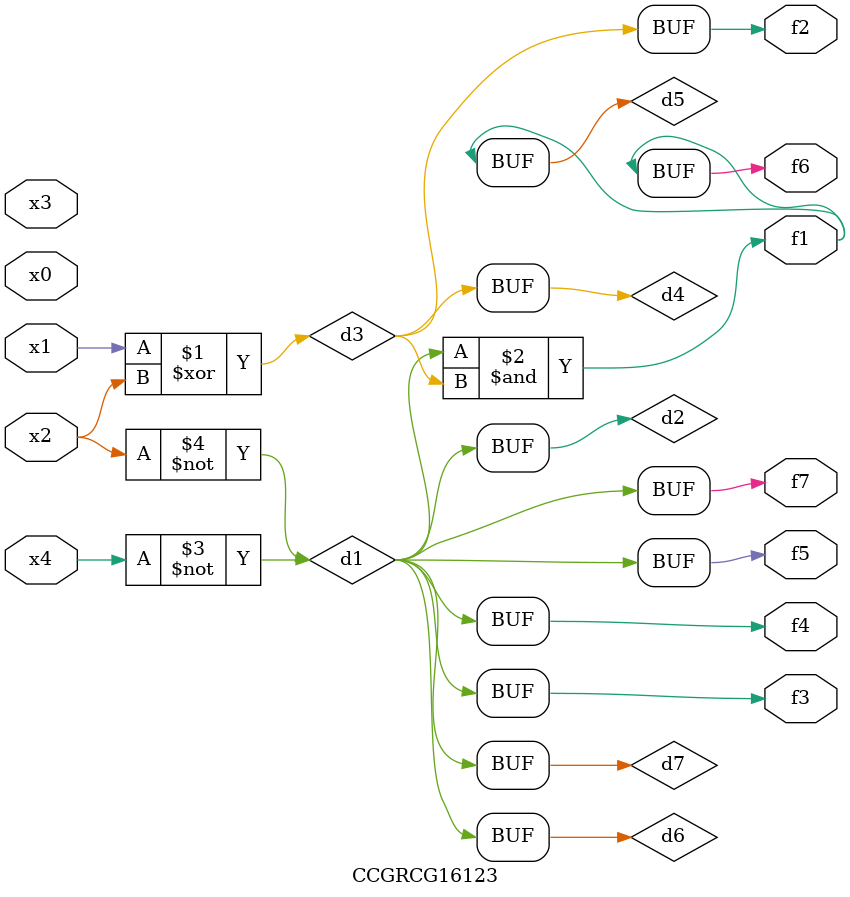
<source format=v>
module CCGRCG16123(
	input x0, x1, x2, x3, x4,
	output f1, f2, f3, f4, f5, f6, f7
);

	wire d1, d2, d3, d4, d5, d6, d7;

	not (d1, x4);
	not (d2, x2);
	xor (d3, x1, x2);
	buf (d4, d3);
	and (d5, d1, d3);
	buf (d6, d1, d2);
	buf (d7, d2);
	assign f1 = d5;
	assign f2 = d4;
	assign f3 = d7;
	assign f4 = d7;
	assign f5 = d7;
	assign f6 = d5;
	assign f7 = d7;
endmodule

</source>
